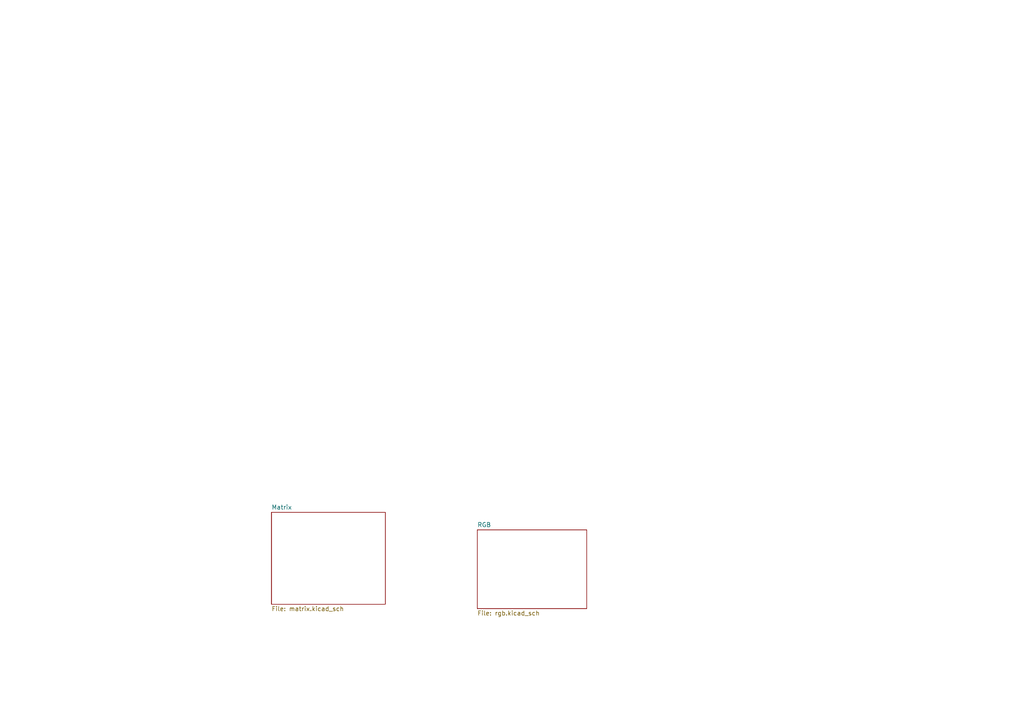
<source format=kicad_sch>
(kicad_sch (version 20230121) (generator eeschema)
  (paper "A4")
  (lib_symbols)
  (sheet (at 138.43 153.67) (size 31.75 22.86) (stroke (width 0.1524))
    (property "Sheetname" "RGB" (at 138.43 152.9584 0) (effects (justify left bottom)))
    (property "Sheetfile" "rgb.kicad_sch" (at 138.43 177.1146 0) (effects (justify left top)))
  )
  (sheet (at 78.74 148.59) (size 33.02 26.67) (stroke (width 0.1524))
    (property "Sheetname" "Matrix" (at 78.74 147.8784 0) (effects (justify left bottom)))
    (property "Sheetfile" "matrix.kicad_sch" (at 78.74 175.8446 0) (effects (justify left top)))
  )
)
</source>
